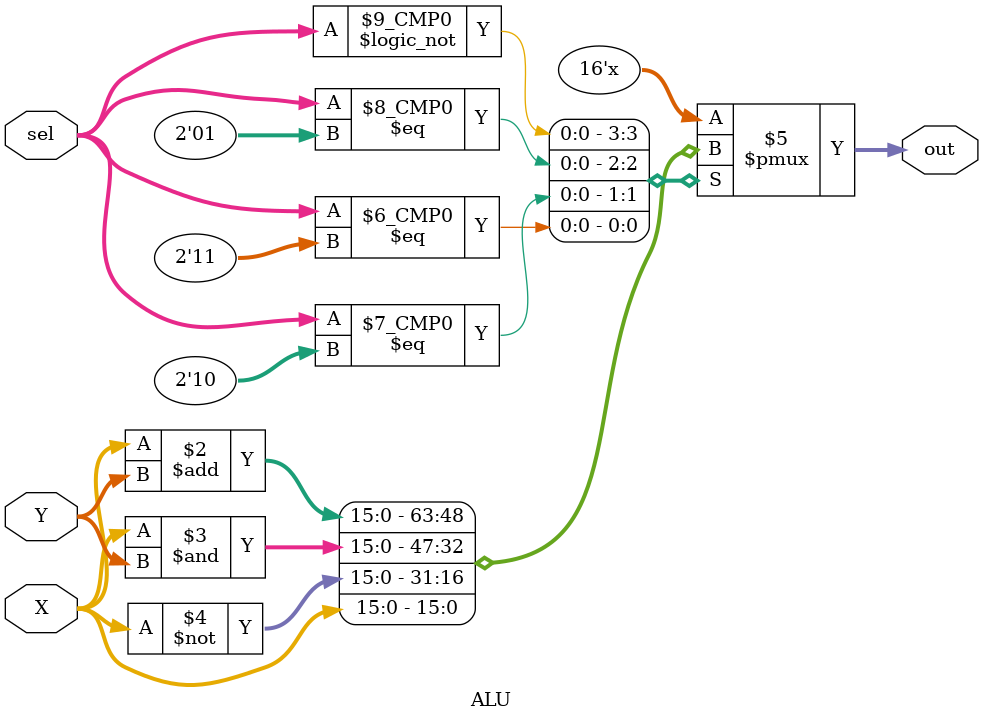
<source format=sv>
module ALU (input logic [15:0] X,
				input logic [15:0] Y,
            input logic [1:0] sel,
            output logic [15:0] out);

always_comb
begin

	case (sel)
	       2'b00:					// ADD
		       out = X + Y;
	       2'b01:					// AND
		       out = X & Y;
	       2'b10:					// NOT 
		       out = ~X;	       
	       2'b11:					// NOTHING
		       out = X;
       endcase
end

endmodule
</source>
